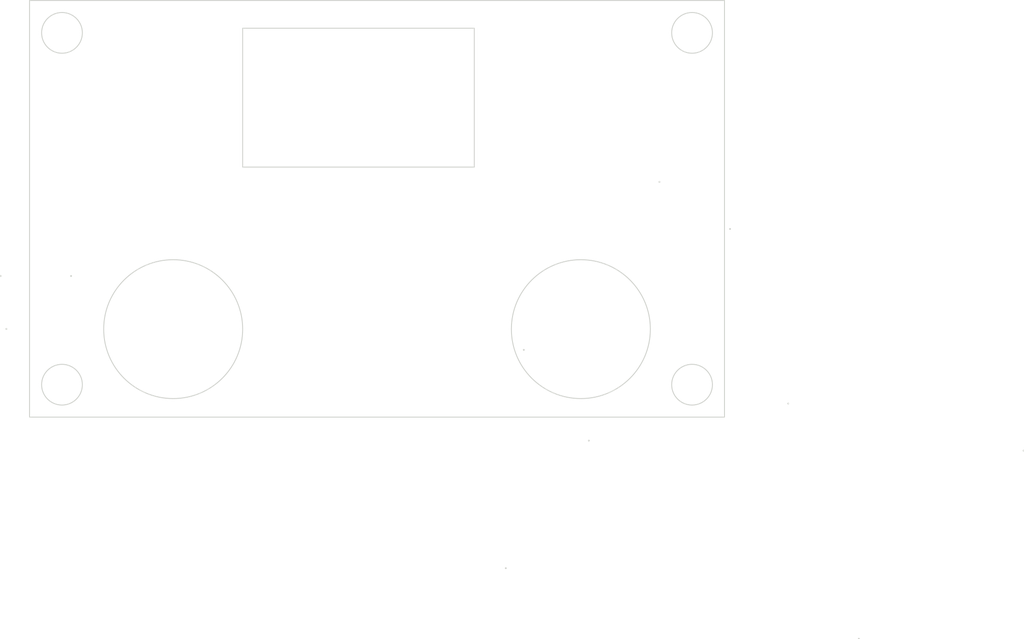
<source format=kicad_pcb>
(kicad_pcb (version 20221018) (generator pcbnew)

  (general
    (thickness 1.6)
  )

  (paper "A4")
  (layers
    (0 "F.Cu" signal)
    (31 "B.Cu" signal)
    (32 "B.Adhes" user "B.Adhesive")
    (33 "F.Adhes" user "F.Adhesive")
    (34 "B.Paste" user)
    (35 "F.Paste" user)
    (36 "B.SilkS" user "B.Silkscreen")
    (37 "F.SilkS" user "F.Silkscreen")
    (38 "B.Mask" user)
    (39 "F.Mask" user)
    (40 "Dwgs.User" user "User.Drawings")
    (41 "Cmts.User" user "User.Comments")
    (42 "Eco1.User" user "User.Eco1")
    (43 "Eco2.User" user "User.Eco2")
    (44 "Edge.Cuts" user)
    (45 "Margin" user)
    (46 "B.CrtYd" user "B.Courtyard")
    (47 "F.CrtYd" user "F.Courtyard")
    (48 "B.Fab" user)
    (49 "F.Fab" user)
    (50 "User.1" user)
    (51 "User.2" user)
    (52 "User.3" user)
    (53 "User.4" user)
    (54 "User.5" user)
    (55 "User.6" user)
    (56 "User.7" user)
    (57 "User.8" user)
    (58 "User.9" user)
  )

  (setup
    (pad_to_mask_clearance 0)
    (pcbplotparams
      (layerselection 0x00010fc_ffffffff)
      (plot_on_all_layers_selection 0x0000000_00000000)
      (disableapertmacros false)
      (usegerberextensions false)
      (usegerberattributes true)
      (usegerberadvancedattributes true)
      (creategerberjobfile true)
      (dashed_line_dash_ratio 12.000000)
      (dashed_line_gap_ratio 3.000000)
      (svgprecision 4)
      (plotframeref false)
      (viasonmask false)
      (mode 1)
      (useauxorigin false)
      (hpglpennumber 1)
      (hpglpenspeed 20)
      (hpglpendiameter 15.000000)
      (dxfpolygonmode true)
      (dxfimperialunits true)
      (dxfusepcbnewfont true)
      (psnegative false)
      (psa4output false)
      (plotreference true)
      (plotvalue true)
      (plotinvisibletext false)
      (sketchpadsonfab false)
      (subtractmaskfromsilk false)
      (outputformat 1)
      (mirror false)
      (drillshape 1)
      (scaleselection 1)
      (outputdirectory "")
    )
  )

  (net 0 "")

  (gr_circle (center 216.5 130.26) (end 216.5 130.26)
    (stroke (width 0.1) (type default)) (fill none) (layer "Edge.Cuts") (tstamp 028ec518-9f1b-42a8-b726-4e4ddf190baf))
  (gr_circle (center 112.72 123.14) (end 114.92 123.14)
    (stroke (width 0.1) (type default)) (fill none) (layer "Edge.Cuts") (tstamp 126240e3-e172-446a-964d-84f2c78afe7b))
  (gr_circle (center 106.08 111.4) (end 106.08 111.4)
    (stroke (width 0.1) (type default)) (fill none) (layer "Edge.Cuts") (tstamp 1d58eda3-9454-425c-83c3-8af5be9bc9e4))
  (gr_circle (center 162.56 119.38) (end 162.56 119.38)
    (stroke (width 0.1) (type default)) (fill none) (layer "Edge.Cuts") (tstamp 20eda330-f90a-477c-b4a1-59eb98a06fce))
  (gr_circle (center 169.58 129.18) (end 169.58 129.18)
    (stroke (width 0.1) (type default)) (fill none) (layer "Edge.Cuts") (tstamp 32a71350-720e-4804-8951-5aa070cedecf))
  (gr_rect (start 109.22 81.64) (end 184.22 126.64)
    (stroke (width 0.1) (type default)) (fill none) (layer "Edge.Cuts") (tstamp 4f80bfe1-3b41-42bb-ada4-12dca0f85de9))
  (gr_rect (start 132.22 84.64) (end 157.22 99.64)
    (stroke (width 0.1) (type default)) (fill none) (layer "Edge.Cuts") (tstamp 5526ba24-49ed-4551-a830-0c79edb77689))
  (gr_circle (center 124.72 117.14) (end 132.22 117.14)
    (stroke (width 0.1) (type default)) (fill none) (layer "Edge.Cuts") (tstamp 57821f8a-db6e-4bac-b156-2b2867ac153c))
  (gr_circle (center 113.7 111.4) (end 113.7 111.4)
    (stroke (width 0.1) (type default)) (fill none) (layer "Edge.Cuts") (tstamp 6600ac08-6dd5-471c-bb34-1533c043ffbd))
  (gr_circle (center 106.08 111.4) (end 106.08 111.4)
    (stroke (width 0.1) (type default)) (fill none) (layer "Edge.Cuts") (tstamp 7200bc23-3187-4884-a1c5-a93c9754b4da))
  (gr_circle (center 180.72 85.14) (end 182.92 85.14)
    (stroke (width 0.1) (type default)) (fill none) (layer "Edge.Cuts") (tstamp 736065f9-8012-4da3-a30d-e07c6fb6900b))
  (gr_circle (center 112.72 85.14) (end 114.92 85.14)
    (stroke (width 0.1) (type default)) (fill none) (layer "Edge.Cuts") (tstamp 83fc91e6-7c04-4e6e-9c7a-69e66b7b8127))
  (gr_circle (center 180.72 123.14) (end 182.92 123.14)
    (stroke (width 0.1) (type default)) (fill none) (layer "Edge.Cuts") (tstamp 854062b4-00f9-4cb6-bfa4-00dde2d6aee3))
  (gr_circle (center 198.72 150.58) (end 198.72 150.58)
    (stroke (width 0.1) (type default)) (fill none) (layer "Edge.Cuts") (tstamp 86034f51-442c-4842-8c93-3f903136150e))
  (gr_circle (center 168.72 117.14) (end 176.22 117.14)
    (stroke (width 0.1) (type default)) (fill none) (layer "Edge.Cuts") (tstamp 8890fa49-5b2e-40e6-a34f-b674b2409eb2))
  (gr_circle (center 177.2 101.24) (end 177.2 101.24)
    (stroke (width 0.1) (type default)) (fill none) (layer "Edge.Cuts") (tstamp b52ab670-ed2d-43d7-b577-787ec8355e37))
  (gr_circle (center 106.717974 117.117974) (end 106.717974 117.117974)
    (stroke (width 0.1) (type default)) (fill none) (layer "Edge.Cuts") (tstamp c8f90694-9827-4d20-9d3c-5afd825d5c12))
  (gr_circle (center 184.82 106.32) (end 184.82 106.32)
    (stroke (width 0.1) (type default)) (fill none) (layer "Edge.Cuts") (tstamp cd508757-dc25-4b41-b07d-d7df75593cdb))
  (gr_circle (center 160.62 142.96) (end 160.62 142.96)
    (stroke (width 0.1) (type default)) (fill none) (layer "Edge.Cuts") (tstamp f921801f-13f5-4e02-a8e6-62827a37b5a9))
  (gr_circle (center 191.1 125.18) (end 191.1 125.18)
    (stroke (width 0.1) (type default)) (fill none) (layer "Edge.Cuts") (tstamp fd69edcf-0433-4dc7-b0ce-be2973d345c5))

)

</source>
